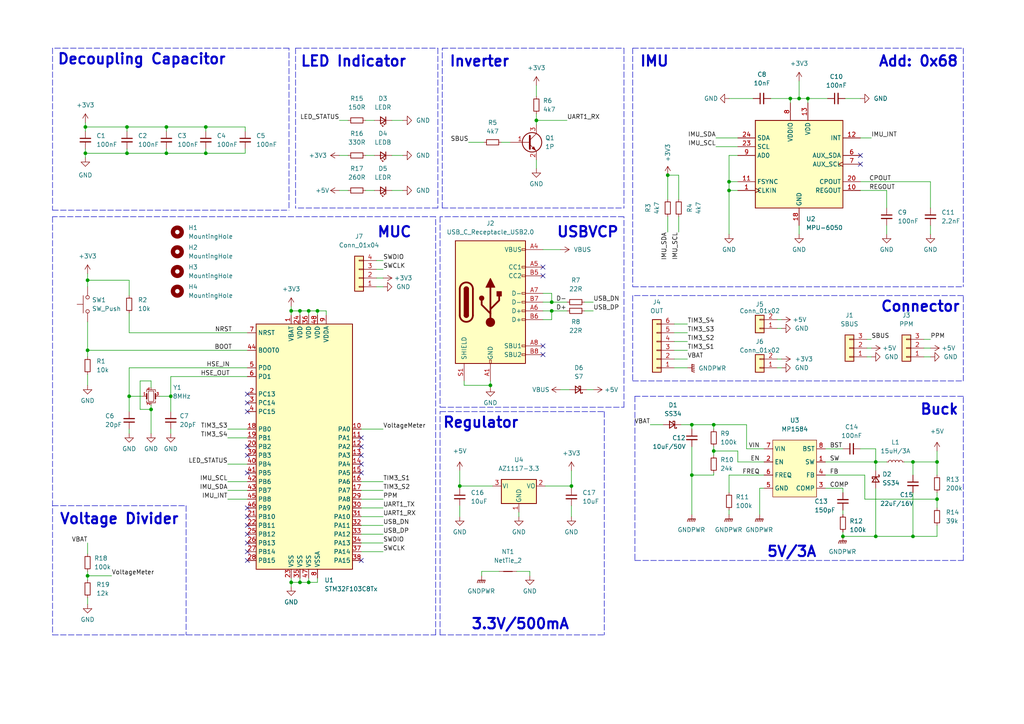
<source format=kicad_sch>
(kicad_sch (version 20211123) (generator eeschema)
  (paper "A4")
  (title_block (title "FlightBit") (date "2022-08-28") (rev "Version 1.0") (company "BIT2BYTE") (comment 1 "Designed By CHUOB VANDY"))
  (junction (at 25.4 81.28))
  (junction (at 25.4 167.005))
  (junction (at 207.01 123.19))
  (junction (at 231.775 28.575))
  (junction (at 207.01 130.81))
  (junction (at 165.735 140.97))
  (junction (at 155.575 34.925))
  (junction (at 25.4 101.6))
  (junction (at 142.24 111.76))
  (junction (at 59.69 44.45))
  (junction (at 24.765 36.83))
  (junction (at 264.795 155.575))
  (junction (at 200.66 137.795))
  (junction (at 84.455 90.17))
  (junction (at 86.995 90.17))
  (junction (at 244.475 155.575))
  (junction (at 193.675 50.8))
  (junction (at 49.53 114.935))
  (junction (at 84.455 168.91))
  (junction (at 254 133.985))
  (junction (at 59.69 36.83))
  (junction (at 24.765 44.45))
  (junction (at 92.075 90.17))
  (junction (at 48.26 36.83))
  (junction (at 160.02 90.17))
  (junction (at 211.455 55.245))
  (junction (at 36.83 44.45))
  (junction (at 234.315 28.575))
  (junction (at 48.26 44.45))
  (junction (at 200.66 123.19))
  (junction (at 271.78 133.985))
  (junction (at 86.995 168.91))
  (junction (at 89.535 168.91))
  (junction (at 37.465 114.935))
  (junction (at 89.535 90.17))
  (junction (at 229.235 28.575))
  (junction (at 264.795 133.985))
  (junction (at 271.78 144.78))
  (junction (at 43.815 118.745))
  (junction (at 254 155.575))
  (junction (at 211.455 52.705))
  (junction (at 160.02 87.63))
  (junction (at 133.35 140.97))
  (junction (at 36.83 36.83))
  (no_connect (at 104.775 134.62))
  (no_connect (at 104.775 137.16))
  (no_connect (at 71.755 129.54))
  (no_connect (at 71.755 132.08))
  (no_connect (at 71.755 137.16))
  (no_connect (at 71.755 147.32))
  (no_connect (at 104.775 132.08))
  (no_connect (at 71.755 152.4))
  (no_connect (at 71.755 160.02))
  (no_connect (at 104.775 129.54))
  (no_connect (at 71.755 157.48))
  (no_connect (at 71.755 149.86))
  (no_connect (at 104.775 162.56))
  (no_connect (at 104.775 127))
  (no_connect (at 157.48 77.47))
  (no_connect (at 157.48 80.01))
  (no_connect (at 157.48 100.33))
  (no_connect (at 157.48 102.87))
  (no_connect (at 249.555 45.085))
  (no_connect (at 249.555 47.625))
  (no_connect (at 71.755 162.56))
  (no_connect (at 71.755 119.38))
  (no_connect (at 71.755 116.84))
  (no_connect (at 71.755 114.3))
  (no_connect (at 71.755 154.94))
  (polyline (pts (xy 183.515 13.97) (xy 183.515 83.185)))
  (wire (pts (xy 170.18 113.03) (xy 172.085 113.03)))
  (wire (pts (xy 86.995 168.91) (xy 89.535 168.91)))
  (polyline (pts (xy 127.635 118.11) (xy 180.975 118.11)))
  (wire (pts (xy 66.04 144.78) (xy 71.755 144.78)))
  (wire (pts (xy 200.66 137.795) (xy 200.66 149.225)))
  (wire (pts (xy 257.175 65.405) (xy 257.175 67.945)))
  (wire (pts (xy 104.775 160.02) (xy 111.125 160.02)))
  (wire (pts (xy 84.455 88.9) (xy 84.455 90.17)))
  (wire (pts (xy 155.575 46.355) (xy 155.575 48.895)))
  (wire (pts (xy 59.69 44.45) (xy 71.12 44.45)))
  (wire (pts (xy 84.455 167.64) (xy 84.455 168.91)))
  (wire (pts (xy 86.995 90.17) (xy 89.535 90.17)))
  (wire (pts (xy 195.58 101.6) (xy 199.39 101.6)))
  (wire (pts (xy 48.26 43.18) (xy 48.26 44.45)))
  (wire (pts (xy 59.69 36.83) (xy 71.12 36.83)))
  (wire (pts (xy 98.425 45.085) (xy 100.965 45.085)))
  (wire (pts (xy 37.465 96.52) (xy 71.755 96.52)))
  (wire (pts (xy 157.48 87.63) (xy 160.02 87.63)))
  (wire (pts (xy 104.775 144.78) (xy 111.125 144.78)))
  (wire (pts (xy 104.775 154.94) (xy 111.125 154.94)))
  (wire (pts (xy 149.86 165.735) (xy 153.67 165.735)))
  (wire (pts (xy 104.775 124.46) (xy 111.125 124.46)))
  (wire (pts (xy 271.78 155.575) (xy 264.795 155.575)))
  (wire (pts (xy 207.645 40.005) (xy 213.995 40.005)))
  (wire (pts (xy 254 155.575) (xy 244.475 155.575)))
  (polyline (pts (xy 184.15 162.56) (xy 279.4 162.56)))
  (wire (pts (xy 113.665 34.925) (xy 116.84 34.925)))
  (wire (pts (xy 25.4 173.355) (xy 25.4 175.26)))
  (wire (pts (xy 92.075 168.91) (xy 92.075 167.64)))
  (polyline (pts (xy 279.4 110.49) (xy 279.4 85.725)))
  (polyline (pts (xy 183.515 83.185) (xy 279.4 83.185)))
  (wire (pts (xy 133.35 146.685) (xy 133.35 149.86)))
  (wire (pts (xy 25.4 157.48) (xy 25.4 160.655)))
  (wire (pts (xy 49.53 109.22) (xy 71.755 109.22)))
  (wire (pts (xy 155.575 34.925) (xy 155.575 36.195)))
  (polyline (pts (xy 15.24 62.865) (xy 15.24 184.15)))
  (wire (pts (xy 160.02 92.71) (xy 160.02 90.17)))
  (wire (pts (xy 193.675 67.31) (xy 193.675 62.865)))
  (wire (pts (xy 267.97 100.965) (xy 269.875 100.965)))
  (wire (pts (xy 267.97 103.505) (xy 269.875 103.505)))
  (wire (pts (xy 250.825 144.78) (xy 271.78 144.78)))
  (wire (pts (xy 113.665 55.245) (xy 116.84 55.245)))
  (wire (pts (xy 249.555 55.245) (xy 257.175 55.245)))
  (wire (pts (xy 211.455 28.575) (xy 218.44 28.575)))
  (wire (pts (xy 225.425 106.68) (xy 226.695 106.68)))
  (wire (pts (xy 169.545 90.17) (xy 172.085 90.17)))
  (polyline (pts (xy 279.4 162.56) (xy 279.4 114.935)))
  (polyline (pts (xy 85.725 13.97) (xy 85.725 60.325)))
  (wire (pts (xy 139.7 165.735) (xy 139.7 167.005)))
  (wire (pts (xy 40.64 110.49) (xy 40.64 118.745)))
  (polyline (pts (xy 15.24 60.96) (xy 83.82 60.96)))
  (wire (pts (xy 162.56 113.03) (xy 165.1 113.03)))
  (wire (pts (xy 211.455 45.085) (xy 211.455 52.705)))
  (polyline (pts (xy 183.515 13.97) (xy 279.4 13.97)))
  (wire (pts (xy 48.26 36.83) (xy 48.26 38.1)))
  (wire (pts (xy 271.78 144.78) (xy 271.78 147.32)))
  (wire (pts (xy 264.795 133.985) (xy 271.78 133.985)))
  (polyline (pts (xy 83.82 60.325) (xy 83.82 13.97)))
  (wire (pts (xy 25.4 101.6) (xy 25.4 103.505)))
  (polyline (pts (xy 85.725 13.97) (xy 127 13.97)))
  (wire (pts (xy 207.01 137.16) (xy 207.01 137.795)))
  (wire (pts (xy 71.12 44.45) (xy 71.12 43.18)))
  (wire (pts (xy 106.045 45.085) (xy 108.585 45.085)))
  (polyline (pts (xy 175.26 119.38) (xy 175.26 184.15)))
  (wire (pts (xy 48.26 44.45) (xy 59.69 44.45)))
  (wire (pts (xy 25.4 167.005) (xy 32.385 167.005)))
  (wire (pts (xy 113.665 45.085) (xy 116.84 45.085)))
  (wire (pts (xy 40.64 118.745) (xy 43.815 118.745)))
  (wire (pts (xy 234.315 29.845) (xy 234.315 28.575)))
  (wire (pts (xy 197.485 123.19) (xy 200.66 123.19)))
  (wire (pts (xy 271.78 133.985) (xy 271.78 137.795)))
  (wire (pts (xy 254 130.175) (xy 254 133.985)))
  (wire (pts (xy 43.815 112.395) (xy 43.815 110.49)))
  (wire (pts (xy 213.995 133.985) (xy 213.995 130.81)))
  (wire (pts (xy 43.815 117.475) (xy 43.815 118.745)))
  (wire (pts (xy 135.89 41.275) (xy 140.335 41.275)))
  (wire (pts (xy 269.875 52.705) (xy 269.875 60.325)))
  (wire (pts (xy 245.11 28.575) (xy 249.555 28.575)))
  (polyline (pts (xy 184.15 114.935) (xy 184.15 162.56)))
  (wire (pts (xy 25.4 81.28) (xy 37.465 81.28)))
  (wire (pts (xy 221.615 133.985) (xy 213.995 133.985)))
  (wire (pts (xy 271.78 152.4) (xy 271.78 155.575)))
  (wire (pts (xy 24.765 44.45) (xy 24.765 45.72)))
  (wire (pts (xy 165.735 140.97) (xy 165.735 141.605)))
  (wire (pts (xy 160.02 85.09) (xy 160.02 87.63)))
  (wire (pts (xy 220.345 149.225) (xy 220.345 141.605)))
  (wire (pts (xy 262.255 133.985) (xy 264.795 133.985)))
  (wire (pts (xy 37.465 125.73) (xy 37.465 124.46)))
  (wire (pts (xy 84.455 168.91) (xy 86.995 168.91)))
  (wire (pts (xy 157.48 92.71) (xy 160.02 92.71)))
  (wire (pts (xy 133.35 136.525) (xy 133.35 140.97)))
  (wire (pts (xy 155.575 34.925) (xy 164.465 34.925)))
  (wire (pts (xy 231.775 28.575) (xy 234.315 28.575)))
  (wire (pts (xy 36.83 36.83) (xy 36.83 38.1)))
  (wire (pts (xy 36.83 36.83) (xy 48.26 36.83)))
  (wire (pts (xy 86.995 90.17) (xy 86.995 91.44)))
  (wire (pts (xy 155.575 24.765) (xy 155.575 27.94)))
  (wire (pts (xy 229.235 29.845) (xy 229.235 28.575)))
  (wire (pts (xy 134.62 111.76) (xy 142.24 111.76)))
  (wire (pts (xy 49.53 114.935) (xy 49.53 109.22)))
  (wire (pts (xy 195.58 106.68) (xy 199.39 106.68)))
  (wire (pts (xy 271.78 142.875) (xy 271.78 144.78)))
  (wire (pts (xy 207.01 137.795) (xy 200.66 137.795)))
  (wire (pts (xy 200.66 123.19) (xy 207.01 123.19)))
  (wire (pts (xy 37.465 106.68) (xy 71.755 106.68)))
  (wire (pts (xy 66.04 142.24) (xy 71.755 142.24)))
  (wire (pts (xy 239.395 130.175) (xy 244.475 130.175)))
  (wire (pts (xy 169.545 87.63) (xy 172.085 87.63)))
  (wire (pts (xy 200.66 123.19) (xy 200.66 124.46)))
  (wire (pts (xy 211.455 137.795) (xy 211.455 142.875)))
  (wire (pts (xy 66.04 139.7) (xy 71.755 139.7)))
  (wire (pts (xy 59.69 43.18) (xy 59.69 44.45)))
  (wire (pts (xy 150.495 148.59) (xy 150.495 149.86)))
  (wire (pts (xy 225.425 92.71) (xy 226.695 92.71)))
  (wire (pts (xy 104.775 139.7) (xy 111.125 139.7)))
  (wire (pts (xy 37.465 114.935) (xy 41.275 114.935)))
  (wire (pts (xy 142.24 110.49) (xy 142.24 111.76)))
  (wire (pts (xy 106.045 55.245) (xy 108.585 55.245)))
  (polyline (pts (xy 127.635 119.38) (xy 175.26 119.38)))
  (polyline (pts (xy 180.975 13.97) (xy 180.975 60.325)))
  (wire (pts (xy 37.465 114.935) (xy 37.465 106.68)))
  (wire (pts (xy 36.83 43.18) (xy 36.83 44.45)))
  (wire (pts (xy 195.58 99.06) (xy 199.39 99.06)))
  (wire (pts (xy 43.815 110.49) (xy 40.64 110.49)))
  (wire (pts (xy 244.475 154.305) (xy 244.475 155.575)))
  (wire (pts (xy 25.4 79.375) (xy 25.4 81.28)))
  (wire (pts (xy 59.69 36.83) (xy 59.69 38.1)))
  (wire (pts (xy 25.4 101.6) (xy 71.755 101.6)))
  (wire (pts (xy 207.645 42.545) (xy 213.995 42.545)))
  (wire (pts (xy 249.555 130.175) (xy 254 130.175)))
  (wire (pts (xy 89.535 168.91) (xy 92.075 168.91)))
  (wire (pts (xy 84.455 90.17) (xy 86.995 90.17)))
  (polyline (pts (xy 126.365 184.15) (xy 126.365 62.865)))
  (wire (pts (xy 104.775 142.24) (xy 111.125 142.24)))
  (wire (pts (xy 200.66 129.54) (xy 200.66 137.795)))
  (wire (pts (xy 144.78 165.735) (xy 139.7 165.735)))
  (wire (pts (xy 264.795 142.875) (xy 264.795 155.575)))
  (wire (pts (xy 196.85 50.8) (xy 193.675 50.8)))
  (polyline (pts (xy 15.24 146.685) (xy 53.975 146.685)))
  (wire (pts (xy 207.01 123.19) (xy 216.535 123.19)))
  (wire (pts (xy 106.045 34.925) (xy 108.585 34.925)))
  (wire (pts (xy 89.535 167.64) (xy 89.535 168.91)))
  (wire (pts (xy 109.22 78.105) (xy 111.125 78.105)))
  (wire (pts (xy 104.775 157.48) (xy 111.125 157.48)))
  (wire (pts (xy 157.48 85.09) (xy 160.02 85.09)))
  (polyline (pts (xy 83.82 13.97) (xy 15.24 13.97)))
  (wire (pts (xy 104.775 147.32) (xy 111.125 147.32)))
  (wire (pts (xy 89.535 90.17) (xy 89.535 91.44)))
  (wire (pts (xy 109.22 80.645) (xy 111.125 80.645)))
  (wire (pts (xy 66.04 134.62) (xy 71.755 134.62)))
  (wire (pts (xy 211.455 147.955) (xy 211.455 149.225)))
  (wire (pts (xy 244.475 141.605) (xy 244.475 142.875)))
  (wire (pts (xy 234.315 28.575) (xy 240.03 28.575)))
  (wire (pts (xy 249.555 52.705) (xy 269.875 52.705)))
  (wire (pts (xy 142.875 140.97) (xy 133.35 140.97)))
  (polyline (pts (xy 127 60.325) (xy 85.725 60.325)))
  (wire (pts (xy 207.01 129.54) (xy 207.01 130.81)))
  (polyline (pts (xy 279.4 85.725) (xy 183.515 85.725)))
  (polyline (pts (xy 127.635 184.15) (xy 127.635 119.38)))
  (wire (pts (xy 133.35 140.97) (xy 133.35 141.605)))
  (polyline (pts (xy 15.24 184.15) (xy 126.365 184.15)))
  (wire (pts (xy 195.58 96.52) (xy 199.39 96.52)))
  (wire (pts (xy 271.78 130.81) (xy 271.78 133.985)))
  (wire (pts (xy 160.02 90.17) (xy 164.465 90.17)))
  (wire (pts (xy 25.4 167.005) (xy 25.4 168.275)))
  (wire (pts (xy 25.4 165.735) (xy 25.4 167.005)))
  (wire (pts (xy 223.52 28.575) (xy 229.235 28.575)))
  (wire (pts (xy 225.425 95.25) (xy 226.695 95.25)))
  (wire (pts (xy 160.02 87.63) (xy 164.465 87.63)))
  (polyline (pts (xy 279.4 13.97) (xy 279.4 83.185)))
  (wire (pts (xy 220.345 141.605) (xy 221.615 141.605)))
  (polyline (pts (xy 183.515 110.49) (xy 279.4 110.49)))
  (wire (pts (xy 239.395 141.605) (xy 244.475 141.605)))
  (wire (pts (xy 251.46 103.505) (xy 252.73 103.505)))
  (wire (pts (xy 24.765 36.83) (xy 36.83 36.83)))
  (wire (pts (xy 98.425 55.245) (xy 100.965 55.245)))
  (wire (pts (xy 142.24 111.76) (xy 142.24 112.395)))
  (wire (pts (xy 211.455 55.245) (xy 211.455 67.945)))
  (wire (pts (xy 264.795 155.575) (xy 254 155.575)))
  (wire (pts (xy 48.26 36.83) (xy 59.69 36.83)))
  (wire (pts (xy 153.67 165.735) (xy 153.67 167.005)))
  (polyline (pts (xy 184.15 162.56) (xy 184.15 162.56)))
  (wire (pts (xy 66.04 127) (xy 71.755 127)))
  (wire (pts (xy 254 133.985) (xy 254 136.525)))
  (wire (pts (xy 250.825 137.795) (xy 250.825 144.78)))
  (wire (pts (xy 213.995 130.81) (xy 207.01 130.81)))
  (wire (pts (xy 104.775 152.4) (xy 111.125 152.4)))
  (wire (pts (xy 196.85 67.31) (xy 196.85 62.865)))
  (wire (pts (xy 49.53 125.73) (xy 49.53 124.46)))
  (wire (pts (xy 188.595 123.19) (xy 192.405 123.19)))
  (wire (pts (xy 249.555 40.005) (xy 252.73 40.005)))
  (wire (pts (xy 251.46 98.425) (xy 252.73 98.425)))
  (wire (pts (xy 207.01 130.81) (xy 207.01 132.08)))
  (wire (pts (xy 92.075 90.17) (xy 92.075 91.44)))
  (wire (pts (xy 251.46 100.965) (xy 252.73 100.965)))
  (wire (pts (xy 36.83 44.45) (xy 48.26 44.45)))
  (wire (pts (xy 37.465 81.28) (xy 37.465 85.725)))
  (wire (pts (xy 165.735 136.525) (xy 165.735 140.97)))
  (wire (pts (xy 158.115 140.97) (xy 165.735 140.97)))
  (wire (pts (xy 157.48 90.17) (xy 160.02 90.17)))
  (wire (pts (xy 86.995 167.64) (xy 86.995 168.91)))
  (wire (pts (xy 195.58 104.14) (xy 199.39 104.14)))
  (polyline (pts (xy 183.515 85.725) (xy 183.515 110.49)))
  (wire (pts (xy 66.04 124.46) (xy 71.755 124.46)))
  (wire (pts (xy 221.615 137.795) (xy 211.455 137.795)))
  (wire (pts (xy 24.765 36.83) (xy 24.765 38.1)))
  (wire (pts (xy 157.48 72.39) (xy 162.56 72.39)))
  (polyline (pts (xy 53.975 146.685) (xy 53.975 184.15)))
  (polyline (pts (xy 15.24 13.97) (xy 15.24 60.96)))
  (wire (pts (xy 24.765 43.18) (xy 24.765 44.45)))
  (wire (pts (xy 25.4 81.28) (xy 25.4 83.185)))
  (wire (pts (xy 254 133.985) (xy 257.175 133.985)))
  (wire (pts (xy 24.765 35.56) (xy 24.765 36.83)))
  (wire (pts (xy 98.425 34.925) (xy 100.965 34.925)))
  (wire (pts (xy 239.395 137.795) (xy 250.825 137.795)))
  (wire (pts (xy 225.425 104.14) (xy 226.695 104.14)))
  (wire (pts (xy 196.85 57.785) (xy 196.85 50.8)))
  (wire (pts (xy 155.575 33.02) (xy 155.575 34.925)))
  (wire (pts (xy 46.355 114.935) (xy 49.53 114.935)))
  (wire (pts (xy 193.675 57.785) (xy 193.675 50.8)))
  (polyline (pts (xy 126.365 62.865) (xy 15.24 62.865)))
  (wire (pts (xy 89.535 90.17) (xy 92.075 90.17)))
  (wire (pts (xy 244.475 147.955) (xy 244.475 149.225)))
  (wire (pts (xy 134.62 110.49) (xy 134.62 111.76)))
  (wire (pts (xy 211.455 52.705) (xy 211.455 55.245)))
  (wire (pts (xy 24.765 44.45) (xy 36.83 44.45)))
  (wire (pts (xy 211.455 52.705) (xy 213.995 52.705)))
  (wire (pts (xy 71.12 36.83) (xy 71.12 38.1)))
  (polyline (pts (xy 279.4 114.935) (xy 184.15 114.935)))
  (wire (pts (xy 213.995 45.085) (xy 211.455 45.085)))
  (wire (pts (xy 84.455 90.17) (xy 84.455 91.44)))
  (wire (pts (xy 25.4 93.345) (xy 25.4 101.6)))
  (polyline (pts (xy 127 13.97) (xy 127 60.325)))
  (wire (pts (xy 229.235 28.575) (xy 231.775 28.575)))
  (polyline (pts (xy 128.27 60.325) (xy 128.27 13.97)))
  (wire (pts (xy 49.53 114.935) (xy 49.53 119.38)))
  (wire (pts (xy 165.735 146.685) (xy 165.735 149.86)))
  (wire (pts (xy 43.815 118.745) (xy 43.815 125.73)))
  (polyline (pts (xy 180.975 118.11) (xy 180.975 62.865)))
  (wire (pts (xy 216.535 130.175) (xy 221.615 130.175)))
  (wire (pts (xy 231.775 65.405) (xy 231.775 67.945)))
  (wire (pts (xy 211.455 55.245) (xy 213.995 55.245)))
  (wire (pts (xy 145.415 41.275) (xy 147.955 41.275)))
  (wire (pts (xy 257.175 55.245) (xy 257.175 60.325)))
  (wire (pts (xy 94.615 90.17) (xy 94.615 91.44)))
  (wire (pts (xy 267.97 98.425) (xy 269.875 98.425)))
  (wire (pts (xy 207.01 123.19) (xy 207.01 124.46)))
  (wire (pts (xy 37.465 90.805) (xy 37.465 96.52)))
  (wire (pts (xy 239.395 133.985) (xy 254 133.985)))
  (polyline (pts (xy 127.635 184.15) (xy 175.26 184.15)))
  (wire (pts (xy 254 141.605) (xy 254 155.575)))
  (wire (pts (xy 231.775 23.495) (xy 231.775 28.575)))
  (polyline (pts (xy 127.635 62.865) (xy 127.635 118.11)))
  (wire (pts (xy 37.465 119.38) (xy 37.465 114.935)))
  (wire (pts (xy 195.58 93.98) (xy 199.39 93.98)))
  (wire (pts (xy 104.775 149.86) (xy 111.125 149.86)))
  (polyline (pts (xy 180.975 62.865) (xy 127.635 62.865)))
  (wire (pts (xy 109.22 75.565) (xy 111.125 75.565)))
  (wire (pts (xy 109.22 83.185) (xy 111.125 83.185)))
  (polyline (pts (xy 128.27 13.97) (xy 180.975 13.97)))
  (wire (pts (xy 269.875 65.405) (xy 269.875 67.945)))
  (polyline (pts (xy 128.27 60.325) (xy 180.975 60.325)))
  (wire (pts (xy 84.455 168.91) (xy 84.455 170.18)))
  (wire (pts (xy 216.535 123.19) (xy 216.535 130.175)))
  (wire (pts (xy 264.795 133.985) (xy 264.795 137.795)))
  (wire (pts (xy 92.075 90.17) (xy 94.615 90.17)))
  (wire (pts (xy 25.4 108.585) (xy 25.4 111.76)))
  (text "Inverter" (at 130.175 19.685 0) (effects (font (size 3 3) bold) (justify left bottom)))
  (text "5V/3A" (at 222.25 161.925 0) (effects (font (size 3 3) bold) (justify left bottom)))
  (text "Add: 0x68" (at 254.635 19.685 0) (effects (font (size 3 3) bold) (justify left bottom)))
  (text "IMU" (at 185.42 19.685 0) (effects (font (size 3 3) bold) (justify left bottom)))
  (text "Regulator" (at 128.27 124.46 0) (effects (font (size 3 3) bold) (justify left bottom)))
  (text "MUC" (at 109.22 69.215 0) (effects (font (size 3 3) bold) (justify left bottom)))
  (text "3.3V/500mA" (at 136.525 182.88 0) (effects (font (size 3 3) bold) (justify left bottom)))
  (text "Decoupling Capacitor" (at 16.51 19.05 0) (effects (font (size 3 3) (thickness 0.6) bold) (justify left bottom)))
  (text "Voltage Divider" (at 17.145 152.4 0) (effects (font (size 3 3) bold) (justify left bottom)))
  (text "LED Indicator" (at 86.995 19.685 0) (effects (font (size 3 3) bold) (justify left bottom)))
  (text "USBVCP" (at 161.29 69.215 0) (effects (font (size 3 3) bold) (justify left bottom)))
  (text "Connector" (at 255.27 90.805 0) (effects (font (size 3 3) bold) (justify left bottom)))
  (text "Buck" (at 266.7 120.65 0) (effects (font (size 3 3) bold) (justify left bottom)))
  (label "IMU_SDA" (at 207.645 40.005 180))
  (label "IMU_SDA" (at 66.04 142.24 180))
  (label "LED_STATUS" (at 98.425 34.925 180))
  (label "UART1_TX" (at 111.125 147.32 0))
  (label "BST" (at 240.665 130.175 0))
  (label "IMU_SCL" (at 196.85 67.31 270))
  (label "IMU_INT" (at 252.73 40.005 0))
  (label "TIM3_S1" (at 111.125 139.7 0))
  (label "VBAT" (at 188.595 123.19 180))
  (label "VIN" (at 220.345 130.175 180))
  (label "SWDIO" (at 111.125 157.48 0))
  (label "VBAT" (at 25.4 157.48 180))
  (label "SBUS" (at 135.89 41.275 180))
  (label "UART1_RX" (at 164.465 34.925 0))
  (label "TIM3_S3" (at 66.04 124.46 180))
  (label "TIM3_S2" (at 111.125 142.24 0))
  (label "NRST" (at 67.31 96.52 180))
  (label "IMU_SCL" (at 207.645 42.545 180))
  (label "PPM" (at 269.875 98.425 0))
  (label "COMP" (at 240.665 141.605 0))
  (label "D-" (at 161.29 87.63 0))
  (label "BOOT" (at 67.31 101.6 180))
  (label "USB_DP" (at 172.085 90.17 0))
  (label "SW" (at 240.665 133.985 0))
  (label "SWCLK" (at 111.125 160.02 0))
  (label "TIM3_S3" (at 199.39 96.52 0))
  (label "FREQ" (at 220.345 137.795 180))
  (label "SBUS" (at 252.73 98.425 0))
  (label "REGOUT" (at 252.095 55.245 0))
  (label "LED_STATUS" (at 66.04 134.62 180))
  (label "D+" (at 161.29 90.17 0))
  (label "PPM" (at 111.125 144.78 0))
  (label "FB" (at 240.665 137.795 0))
  (label "IMU_INT" (at 66.04 144.78 180))
  (label "TIM3_S1" (at 199.39 101.6 0))
  (label "VoltageMeter" (at 111.125 124.46 0))
  (label "TIM3_S2" (at 199.39 99.06 0))
  (label "USB_DP" (at 111.125 154.94 0))
  (label "VoltageMeter" (at 32.385 167.005 0))
  (label "SWDIO" (at 111.125 75.565 0))
  (label "USB_DN" (at 111.125 152.4 0))
  (label "SWCLK" (at 111.125 78.105 0))
  (label "VBAT" (at 199.39 104.14 0))
  (label "IMU_SCL" (at 66.04 139.7 180))
  (label "USB_DN" (at 172.085 87.63 0))
  (label "IMU_SDA" (at 193.675 67.31 270))
  (label "UART1_RX" (at 111.125 149.86 0))
  (label "HSE_OUT" (at 66.675 109.22 180))
  (label "CPOUT" (at 252.095 52.705 0))
  (label "TIM3_S4" (at 66.04 127 180))
  (label "TIM3_S4" (at 199.39 93.98 0))
  (label "EN" (at 220.345 133.985 180))
  (label "HSE_IN" (at 66.675 106.68 180))
  (symbol (lib_id "power:GND") (at 150.495 149.86 0) (unit 1)
    (property "Reference" "#PWR031" (effects hide))
    (property "Value" "GND" (at 150.495 154.305 0))
  )
  (symbol (lib_id "Device:C_Small") (at 257.175 62.865 0) (unit 1)
    (property "Reference" "C9" (at 260.35 61.6012 0) (effects (justify left)))
    (property "Value" "100nF" (at 260.35 64.1412 0) (effects (justify left)))
    (property "Footprint" "Capacitor_SMD:C_0402_1005Metric" (effects hide))
  )
  (symbol (lib_id "power:GND") (at 269.875 103.505 90) (unit 1)
    (property "Reference" "#PWR027" (effects hide))
    (property "Value" "GND" (at 273.685 103.5049 90) (effects (justify right)))
  )
  (symbol (lib_id "Device:R_Small") (at 25.4 170.815 180) (unit 1)
    (property "Reference" "R19" (at 27.94 169.5449 0) (effects (justify right)))
    (property "Value" "12k" (at 27.94 172.0849 0) (effects (justify right)))
    (property "Footprint" "Resistor_SMD:R_0402_1005Metric" (effects hide))
  )
  (symbol (lib_id "Device:R_Small") (at 271.78 149.86 180) (unit 1)
    (property "Reference" "R14" (at 274.32 148.5899 0) (effects (justify right)))
    (property "Value" "39k" (at 274.32 151.1299 0) (effects (justify right)))
    (property "Footprint" "Resistor_SMD:R_0402_1005Metric" (effects hide))
  )
  (symbol (lib_id "myCustomLibs:MP1584") (at 230.505 135.255 0) (unit 1)
    (property "Reference" "U3" (at 230.505 121.92 0))
    (property "Value" "MP1584" (at 230.505 124.46 0))
    (property "Footprint" "Package_SO:SOIC-8-1EP_3.9x4.9mm_P1.27mm_EP2.29x3mm_ThermalVias" (effects hide))
  )
  (symbol (lib_id "power:GND") (at 84.455 170.18 0) (unit 1)
    (property "Reference" "#PWR08" (effects hide))
    (property "Value" "GND" (at 84.455 174.625 0))
  )
  (symbol (lib_id "Device:Crystal_GND24_Small") (at 43.815 114.935 0) (unit 1)
    (property "Reference" "Y1" (at 51.435 112.395 0))
    (property "Value" "8MHz" (at 52.705 114.935 0))
    (property "Footprint" "Crystal:Crystal_SMD_3225-4Pin_3.2x2.5mm" (effects hide))
  )
  (symbol (lib_id "power:GND") (at 116.84 34.925 90) (unit 1)
    (property "Reference" "#PWR037" (effects hide))
    (property "Value" "GND" (at 120.65 34.9249 90) (effects (justify right)))
  )
  (symbol (lib_id "Device:R_Small") (at 207.01 127 180) (unit 1)
    (property "Reference" "R9" (at 208.915 125.7299 0) (effects (justify right)))
    (property "Value" "100k" (at 208.915 128.2699 0) (effects (justify right)))
    (property "Footprint" "Resistor_SMD:R_0402_1005Metric" (effects hide))
  )
  (symbol (lib_id "power:+3.3V") (at 111.125 80.645 270) (unit 1)
    (property "Reference" "#PWR051" (effects hide))
    (property "Value" "+3.3V" (at 114.3 80.6449 90) (effects (justify left)))
  )
  (symbol (lib_id "power:GNDPWR") (at 244.475 155.575 0) (unit 1)
    (property "Reference" "#PWR025" (effects hide))
    (property "Value" "GNDPWR" (at 244.348 160.02 0))
  )
  (symbol (lib_id "Device:R_Small") (at 196.85 60.325 0) (unit 1)
    (property "Reference" "R4" (at 200.025 60.325 90))
    (property "Value" "4k7" (at 202.565 60.325 90))
    (property "Footprint" "Resistor_SMD:R_0402_1005Metric" (effects hide))
  )
  (symbol (lib_id "Device:R_Small") (at 103.505 34.925 270) (unit 1)
    (property "Reference" "R15" (at 103.505 28.575 90))
    (property "Value" "150R" (at 103.505 31.115 90))
    (property "Footprint" "Resistor_SMD:R_0402_1005Metric" (effects hide))
  )
  (symbol (lib_id "power:GND") (at 211.455 67.945 0) (unit 1)
    (property "Reference" "#PWR010" (effects hide))
    (property "Value" "GND" (at 211.455 72.39 0))
  )
  (symbol (lib_id "power:+5V") (at 133.35 136.525 0) (unit 1)
    (property "Reference" "#PWR029" (effects hide))
    (property "Value" "+5V" (at 133.35 130.81 0))
  )
  (symbol (lib_id "Device:C_Small") (at 49.53 121.92 180) (unit 1)
    (property "Reference" "C7" (at 52.07 120.6435 0) (effects (justify right)))
    (property "Value" "20pF" (at 52.07 123.1835 0) (effects (justify right)))
    (property "Footprint" "Capacitor_SMD:C_0402_1005Metric" (effects hide))
  )
  (symbol (lib_id "power:+5V") (at 226.695 92.71 270) (unit 1)
    (property "Reference" "#PWR045" (effects hide))
    (property "Value" "+5V" (at 229.87 92.7099 90) (effects (justify left)))
  )
  (symbol (lib_id "Device:R_Small") (at 37.465 88.265 180) (unit 1)
    (property "Reference" "R2" (at 40.005 86.9949 0) (effects (justify right)))
    (property "Value" "10k" (at 40.005 89.5349 0) (effects (justify right)))
    (property "Footprint" "Resistor_SMD:R_0402_1005Metric" (effects hide))
  )
  (symbol (lib_id "Device:C_Small") (at 24.765 40.64 0) (unit 1)
    (property "Reference" "C1" (at 27.94 39.3762 0) (effects (justify left)))
    (property "Value" "100nF" (at 27.94 41.9162 0) (effects (justify left)))
    (property "Footprint" "Capacitor_SMD:C_0402_1005Metric" (effects hide))
  )
  (symbol (lib_id "Device:C_Small") (at 244.475 145.415 180) (unit 1)
    (property "Reference" "C13" (at 236.22 145.415 0) (effects (justify right)))
    (property "Value" "150pF" (at 236.22 147.955 0) (effects (justify right)))
    (property "Footprint" "Capacitor_SMD:C_0402_1005Metric" (effects hide))
  )
  (symbol (lib_id "Device:D_Schottky_Small") (at 194.945 123.19 180) (unit 1)
    (property "Reference" "D1" (at 195.199 117.475 0))
    (property "Value" "SS34" (at 195.199 120.015 0))
    (property "Footprint" "Diode_SMD:D_SMA" (effects hide))
  )
  (symbol (lib_id "power:GND") (at 49.53 125.73 0) (unit 1)
    (property "Reference" "#PWR07" (effects hide))
    (property "Value" "GND" (at 49.53 130.175 0))
  )
  (symbol (lib_id "Device:C_Small") (at 200.66 127 0) (unit 1)
    (property "Reference" "C12" (at 194.945 127 0) (effects (justify left)))
    (property "Value" "10uF/50V" (at 189.23 129.54 0) (effects (justify left)))
    (property "Footprint" "Capacitor_SMD:C_1206_3216Metric" (effects hide))
  )
  (symbol (lib_id "Device:R_Small") (at 207.01 134.62 180) (unit 1)
    (property "Reference" "R10" (at 208.915 133.3499 0) (effects (justify right)))
    (property "Value" "24k" (at 208.915 135.8899 0) (effects (justify right)))
    (property "Footprint" "Resistor_SMD:R_0402_1005Metric" (effects hide))
  )
  (symbol (lib_id "Device:C_Small") (at 37.465 121.92 180) (unit 1)
    (property "Reference" "C6" (at 30.48 120.65 0) (effects (justify right)))
    (property "Value" "20pF" (at 30.48 123.19 0) (effects (justify right)))
    (property "Footprint" "Capacitor_SMD:C_0402_1005Metric" (effects hide))
  )
  (symbol (lib_id "Device:C_Small") (at 220.98 28.575 90) (unit 1)
    (property "Reference" "C8" (at 220.9863 21.59 90))
    (property "Value" "10nF" (at 220.9863 24.13 90))
    (property "Footprint" "Capacitor_SMD:C_0402_1005Metric" (effects hide))
  )
  (symbol (lib_id "Device:C_Small") (at 133.35 144.145 0) (unit 1)
    (property "Reference" "C16" (at 136.525 142.8812 0) (effects (justify left)))
    (property "Value" "10uF" (at 136.525 145.4212 0) (effects (justify left)))
    (property "Footprint" "Capacitor_SMD:C_0805_2012Metric" (effects hide))
  )
  (symbol (lib_id "power:GNDPWR") (at 199.39 106.68 90) (unit 1)
    (property "Reference" "#PWR042" (effects hide))
    (property "Value" "GNDPWR" (at 202.565 106.8069 90) (effects (justify right)))
  )
  (symbol (lib_id "power:VBUS") (at 162.56 113.03 90) (unit 1)
    (property "Reference" "#PWR049" (effects hide))
    (property "Value" "VBUS" (at 154.305 113.03 90) (effects (justify right)))
  )
  (symbol (lib_id "power:GNDPWR") (at 220.345 149.225 0) (unit 1)
    (property "Reference" "#PWR036" (effects hide))
    (property "Value" "GNDPWR" (at 220.218 153.67 0))
  )
  (symbol (lib_id "power:+5V") (at 252.73 100.965 270) (unit 1)
    (property "Reference" "#PWR019" (effects hide))
    (property "Value" "+5V" (at 255.905 100.9649 90) (effects (justify left)))
  )
  (symbol (lib_id "Device:D_Schottky_Small") (at 167.64 113.03 180) (unit 1)
    (property "Reference" "D6" (at 167.894 106.68 0))
    (property "Value" "S7" (at 167.894 109.22 0))
    (property "Footprint" "Diode_SMD:D_SOD-123" (effects hide))
  )
  (symbol (lib_id "power:+3.3V") (at 231.775 23.495 0) (unit 1)
    (property "Reference" "#PWR011" (effects hide))
    (property "Value" "+3.3V" (at 231.775 18.415 0))
  )
  (symbol (lib_id "power:GND") (at 211.455 28.575 270) (unit 1)
    (property "Reference" "#PWR09" (effects hide))
    (property "Value" "GND" (at 208.28 28.5749 90) (effects (justify right)))
  )
  (symbol (lib_id "power:GND") (at 24.765 45.72 0) (unit 1)
    (property "Reference" "#PWR02" (effects hide))
    (property "Value" "GND" (at 24.765 50.8 0))
  )
  (symbol (lib_id "power:GND") (at 252.73 103.505 90) (unit 1)
    (property "Reference" "#PWR020" (effects hide))
    (property "Value" "GND" (at 256.54 103.5049 90) (effects (justify right)))
  )
  (symbol (lib_id "power:+3.3V") (at 155.575 24.765 0) (unit 1)
    (property "Reference" "#PWR017" (effects hide))
    (property "Value" "+3.3V" (at 155.575 19.685 0))
  )
  (symbol (lib_id "power:GND") (at 116.84 45.085 90) (unit 1)
    (property "Reference" "#PWR040" (effects hide))
    (property "Value" "GND" (at 120.65 45.0849 90) (effects (justify right)))
  )
  (symbol (lib_id "Connector_Generic:Conn_01x02") (at 220.345 106.68 180) (unit 1)
    (property "Reference" "J6" (at 220.345 99.06 0))
    (property "Value" "Conn_01x02" (at 220.345 101.6 0))
    (property "Footprint" "myCustomLibs:pad_01x02" (effects hide))
  )
  (symbol (lib_id "power:+5V") (at 269.875 100.965 270) (unit 1)
    (property "Reference" "#PWR026" (effects hide))
    (property "Value" "+5V" (at 273.05 100.9649 90) (effects (justify left)))
  )
  (symbol (lib_id "power:+5V") (at 271.78 130.81 0) (unit 1)
    (property "Reference" "#PWR028" (effects hide))
    (property "Value" "+5V" (at 271.78 125.095 0))
  )
  (symbol (lib_id "power:GND") (at 231.775 67.945 0) (unit 1)
    (property "Reference" "#PWR012" (effects hide))
    (property "Value" "GND" (at 231.775 72.39 0))
  )
  (symbol (lib_id "Device:R_Small") (at 193.675 60.325 0) (unit 1)
    (property "Reference" "R3" (at 187.96 60.325 90))
    (property "Value" "4k7" (at 190.5 60.325 90))
    (property "Footprint" "Resistor_SMD:R_0402_1005Metric" (effects hide))
  )
  (symbol (lib_id "Connector_Generic:Conn_01x02") (at 220.345 95.25 180) (unit 1)
    (property "Reference" "J5" (at 220.345 88.265 0))
    (property "Value" "Conn_01x02" (at 220.345 90.17 0))
    (property "Footprint" "myCustomLibs:pad_01x02" (effects hide))
  )
  (symbol (lib_id "Sensor_Motion:MPU-6050") (at 231.775 47.625 0) (unit 1)
    (property "Reference" "U2" (at 233.7944 63.5 0) (effects (justify left)))
    (property "Value" "MPU-6050" (at 233.7944 66.04 0) (effects (justify left)))
    (property "Footprint" "Sensor_Motion:InvenSense_QFN-24_4x4mm_P0.5mm" (effects hide))
    (property "Datasheet" "https://store.invensense.com/datasheets/invensense/MPU-6050_DataSheet_V3%204.pdf" (effects hide))
  )
  (symbol (lib_id "power:GND") (at 43.815 125.73 0) (unit 1)
    (property "Reference" "#PWR044" (effects hide))
    (property "Value" "GND" (at 43.815 130.175 0))
  )
  (symbol (lib_id "power:GND") (at 153.67 167.005 0) (unit 1)
    (property "Reference" "#PWR035" (effects hide))
    (property "Value" "GND" (at 153.67 171.45 0))
  )
  (symbol (lib_id "Device:L_Small") (at 259.715 133.985 90) (unit 1)
    (property "Reference" "L1" (at 259.715 128.27 90))
    (property "Value" "15uH/3A" (at 259.715 130.81 90))
    (property "Footprint" "Inductor_SMD:L_Neosid_SM-PIC0602H" (effects hide))
  )
  (symbol (lib_id "power:GNDPWR") (at 139.7 167.005 0) (unit 1)
    (property "Reference" "#PWR034" (effects hide))
    (property "Value" "GNDPWR" (at 139.573 171.45 0))
  )
  (symbol (lib_id "Device:C_Small") (at 165.735 144.145 0) (unit 1)
    (property "Reference" "C17" (at 168.91 142.8812 0) (effects (justify left)))
    (property "Value" "10uF" (at 168.91 145.4212 0) (effects (justify left)))
    (property "Footprint" "Capacitor_SMD:C_0805_2012Metric" (effects hide))
  )
  (symbol (lib_id "power:GND") (at 226.695 95.25 90) (unit 1)
    (property "Reference" "#PWR046" (effects hide))
    (property "Value" "GND" (at 230.505 95.2499 90) (effects (justify right)))
  )
  (symbol (lib_id "Device:C_Small") (at 48.26 40.64 0) (unit 1)
    (property "Reference" "C3" (at 51.435 39.3762 0) (effects (justify left)))
    (property "Value" "100nF" (at 51.435 41.9162 0) (effects (justify left)))
    (property "Footprint" "Capacitor_SMD:C_0402_1005Metric" (effects hide))
  )
  (symbol (lib_id "power:+3.3V") (at 25.4 79.375 0) (unit 1)
    (property "Reference" "#PWR04" (effects hide))
    (property "Value" "+3.3V" (at 25.4 74.295 0))
  )
  (symbol (lib_id "power:GND") (at 257.175 67.945 0) (unit 1)
    (property "Reference" "#PWR014" (effects hide))
    (property "Value" "GND" (at 257.175 72.39 0))
  )
  (symbol (lib_id "Device:LED_Small") (at 111.125 45.085 180) (unit 1)
    (property "Reference" "D4" (at 111.0615 38.735 0))
    (property "Value" "LEDB" (at 111.0615 41.275 0))
    (property "Footprint" "LED_SMD:LED_0603_1608Metric" (effects hide))
  )
  (symbol (lib_id "power:GND") (at 37.465 125.73 0) (unit 1)
    (property "Reference" "#PWR06" (effects hide))
    (property "Value" "GND" (at 37.465 130.175 0))
  )
  (symbol (lib_id "power:GND") (at 155.575 48.895 0) (unit 1)
    (property "Reference" "#PWR018" (effects hide))
    (property "Value" "GND" (at 155.575 53.34 0))
  )
  (symbol (lib_id "Mechanical:MountingHole") (at 51.435 67.31 0) (unit 1)
    (property "Reference" "H1" (at 54.61 66.0399 0) (effects (justify left)))
    (property "Value" "MountingHole" (at 54.61 68.5799 0) (effects (justify left)))
    (property "Footprint" "MountingHole:MountingHole_3mm_Pad" (effects hide))
  )
  (symbol (lib_id "power:GNDPWR") (at 211.455 149.225 0) (unit 1)
    (property "Reference" "#PWR024" (effects hide))
    (property "Value" "GNDPWR" (at 211.328 153.67 0))
  )
  (symbol (lib_id "Connector_Generic:Conn_01x04") (at 104.14 80.645 180) (unit 1)
    (property "Reference" "J7" (at 104.14 68.58 0))
    (property "Value" "Conn_01x04" (at 104.14 71.12 0))
    (property "Footprint" "myCustomLibs:pad_01x04" (effects hide))
  )
  (symbol (lib_id "power:GND") (at 133.35 149.86 0) (unit 1)
    (property "Reference" "#PWR030" (effects hide))
    (property "Value" "GND" (at 133.35 154.305 0))
  )
  (symbol (lib_id "Connector_Generic:Conn_01x03") (at 246.38 100.965 180) (unit 1)
    (property "Reference" "J1" (at 246.38 91.44 0))
    (property "Value" "SBUS" (at 246.38 93.98 0))
    (property "Footprint" "myCustomLibs:pad_01x03" (effects hide))
  )
  (symbol (lib_id "power:GNDPWR") (at 200.66 149.225 0) (unit 1)
    (property "Reference" "#PWR023" (effects hide))
    (property "Value" "GNDPWR" (at 200.533 153.67 0))
  )
  (symbol (lib_id "Device:R_Small") (at 25.4 106.045 180) (unit 1)
    (property "Reference" "R1" (at 27.94 104.7749 0) (effects (justify right)))
    (property "Value" "10k" (at 27.94 107.3149 0) (effects (justify right)))
    (property "Footprint" "Resistor_SMD:R_0402_1005Metric" (effects hide))
  )
  (symbol (lib_id "power:GND") (at 142.24 112.395 0) (unit 1)
    (property "Reference" "#PWR021" (effects hide))
    (property "Value" "GND" (at 142.24 116.84 0))
  )
  (symbol (lib_id "power:VBUS") (at 162.56 72.39 270) (unit 1)
    (property "Reference" "#PWR022" (effects hide))
    (property "Value" "VBUS" (at 166.37 72.3899 90) (effects (justify left)))
  )
  (symbol (lib_id "power:GND") (at 269.875 67.945 0) (unit 1)
    (property "Reference" "#PWR015" (effects hide))
    (property "Value" "GND" (at 269.875 72.39 0))
  )
  (symbol (lib_id "Device:C_Small") (at 59.69 40.64 0) (unit 1)
    (property "Reference" "C4" (at 62.865 39.3762 0) (effects (justify left)))
    (property "Value" "100nF" (at 62.865 41.9162 0) (effects (justify left)))
    (property "Footprint" "Capacitor_SMD:C_0402_1005Metric" (effects hide))
  )
  (symbol (lib_id "Device:NetTie_2") (at 147.32 165.735 0) (unit 1)
    (property "Reference" "NT1" (at 147.32 160.02 0))
    (property "Value" "NetTie_2" (at 147.32 162.56 0))
    (property "Footprint" "NetTie:NetTie-2_SMD_Pad2.0mm" (effects hide))
  )
  (symbol (lib_id "Device:C_Small") (at 264.795 140.335 0) (unit 1)
    (property "Reference" "C15" (at 260.985 143.51 0) (effects (justify left)))
    (property "Value" "22uF/16V" (at 255.27 146.05 0) (effects (justify left)))
    (property "Footprint" "Capacitor_SMD:C_1206_3216Metric" (effects hide))
  )
  (symbol (lib_id "Device:C_Small") (at 71.12 40.64 0) (unit 1)
    (property "Reference" "C5" (at 74.295 39.3762 0) (effects (justify left)))
    (property "Value" "100nF" (at 74.295 41.9162 0) (effects (justify left)))
    (property "Footprint" "Capacitor_SMD:C_0402_1005Metric" (effects hide))
  )
  (symbol (lib_id "power:GND") (at 116.84 55.245 90) (unit 1)
    (property "Reference" "#PWR041" (effects hide))
    (property "Value" "GND" (at 120.65 55.2449 90) (effects (justify right)))
  )
  (symbol (lib_id "Device:D_Schottky_Small") (at 254 139.065 270) (unit 1)
    (property "Reference" "D2" (at 255.905 137.5409 90) (effects (justify left)))
    (property "Value" "SS34" (at 255.905 140.0809 90) (effects (justify left)))
    (property "Footprint" "Diode_SMD:D_SMA" (effects hide))
  )
  (symbol (lib_id "Mechanical:MountingHole") (at 51.435 84.455 0) (unit 1)
    (property "Reference" "H4" (at 54.61 83.1849 0) (effects (justify left)))
    (property "Value" "MountingHole" (at 54.61 85.7249 0) (effects (justify left)))
    (property "Footprint" "MountingHole:MountingHole_3mm_Pad" (effects hide))
  )
  (symbol (lib_id "power:+3.3V") (at 24.765 35.56 0) (unit 1)
    (property "Reference" "#PWR01" (effects hide))
    (property "Value" "+3.3V" (at 24.765 30.48 0))
  )
  (symbol (lib_id "power:GND") (at 25.4 175.26 0) (unit 1)
    (property "Reference" "#PWR043" (effects hide))
    (property "Value" "GND" (at 25.4 179.705 0))
  )
  (symbol (lib_id "Device:R_Small") (at 167.005 90.17 90) (unit 1)
    (property "Reference" "R8" (at 167.005 93.345 90))
    (property "Value" "22R" (at 167.005 95.885 90))
    (property "Footprint" "Resistor_SMD:R_0402_1005Metric" (effects hide))
  )
  (symbol (lib_id "Mechanical:MountingHole") (at 51.435 73.025 0) (unit 1)
    (property "Reference" "H2" (at 54.61 71.7549 0) (effects (justify left)))
    (property "Value" "MountingHole" (at 54.61 74.2949 0) (effects (justify left)))
    (property "Footprint" "MountingHole:MountingHole_3mm_Pad" (effects hide))
  )
  (symbol (lib_id "Connector_Generic:Conn_01x06") (at 190.5 101.6 180) (unit 1)
    (property "Reference" "J4" (at 190.5 87.63 0))
    (property "Value" "OUT" (at 190.5 90.17 0))
    (property "Footprint" "myCustomLibs:pad_01x06" (effects hide))
  )
  (symbol (lib_id "Device:C_Small") (at 269.875 62.865 0) (unit 1)
    (property "Reference" "C11" (at 273.05 61.6012 0) (effects (justify left)))
    (property "Value" "2.2nF" (at 273.05 64.1412 0) (effects (justify left)))
    (property "Footprint" "Capacitor_SMD:C_0402_1005Metric" (effects hide))
  )
  (symbol (lib_id "power:GND") (at 165.735 149.86 0) (unit 1)
    (property "Reference" "#PWR033" (effects hide))
    (property "Value" "GND" (at 165.735 154.305 0))
  )
  (symbol (lib_id "power:+5V") (at 172.085 113.03 270) (unit 1)
    (property "Reference" "#PWR050" (effects hide))
    (property "Value" "+5V" (at 175.26 113.0299 90) (effects (justify left)))
  )
  (symbol (lib_id "Device:Q_NPN_BEC") (at 153.035 41.275 0) (unit 1)
    (property "Reference" "Q1" (at 158.115 40.0049 0) (effects (justify left)))
    (property "Value" "1P" (at 158.115 42.5449 0) (effects (justify left)))
    (property "Footprint" "Package_TO_SOT_SMD:SOT-23" (effects hide))
  )
  (symbol (lib_id "Switch:SW_Push") (at 25.4 88.265 90) (unit 1)
    (property "Reference" "SW1" (at 26.67 86.9949 90) (effects (justify right)))
    (property "Value" "SW_Push" (at 26.67 89.5349 90) (effects (justify right)))
    (property "Footprint" "Button_Switch_SMD:SW_SPST_B3U-1000P" (effects hide))
  )
  (symbol (lib_id "Device:C_Small") (at 247.015 130.175 90) (unit 1)
    (property "Reference" "C14" (at 247.0213 123.825 90))
    (property "Value" "100nF" (at 247.0213 126.365 90))
    (property "Footprint" "Capacitor_SMD:C_0402_1005Metric" (effects hide))
  )
  (symbol (lib_id "Device:LED_Small") (at 111.125 55.245 180) (unit 1)
    (property "Reference" "D5" (at 111.0615 48.895 0))
    (property "Value" "LEDR" (at 111.0615 51.435 0))
    (property "Footprint" "LED_SMD:LED_0603_1608Metric" (effects hide))
  )
  (symbol (lib_id "power:+3.3V") (at 84.455 88.9 0) (unit 1)
    (property "Reference" "#PWR03" (effects hide))
    (property "Value" "+3.3V" (at 84.455 83.82 0))
  )
  (symbol (lib_id "Device:R_Small") (at 25.4 163.195 180) (unit 1)
    (property "Reference" "R18" (at 27.305 161.9249 0) (effects (justify right)))
    (property "Value" "100k" (at 27.305 164.4649 0) (effects (justify right)))
    (property "Footprint" "Resistor_SMD:R_0402_1005Metric" (effects hide))
  )
  (symbol (lib_id "power:GND") (at 111.125 83.185 90) (unit 1)
    (property "Reference" "#PWR052" (effects hide))
    (property "Value" "GND" (at 114.935 83.1849 90) (effects (justify right)))
  )
  (symbol (lib_id "Connector:USB_C_Receptacle_USB2.0") (at 142.24 87.63 0) (unit 1)
    (property "Reference" "J2" (at 142.24 64.77 0))
    (property "Value" "USB_C_Receptacle_USB2.0" (at 142.24 67.31 0))
    (property "Footprint" "Connector_USB:USB_C_Receptacle_Palconn_UTC16-G" (effects hide))
    (property "Datasheet" "https://www.usb.org/sites/default/files/documents/usb_type-c.zip" (effects hide))
  )
  (symbol (lib_id "Mechanical:MountingHole") (at 51.435 78.74 0) (unit 1)
    (property "Reference" "H3" (at 54.61 77.4699 0) (effects (justify left)))
    (property "Value" "MountingHole" (at 54.61 80.0099 0) (effects (justify left)))
    (property "Footprint" "MountingHole:MountingHole_3mm_Pad" (effects hide))
  )
  (symbol (lib_id "Device:C_Small") (at 36.83 40.64 0) (unit 1)
    (property "Reference" "C2" (at 40.005 39.3762 0) (effects (justify left)))
    (property "Value" "100nF" (at 40.005 41.9162 0) (effects (justify left)))
    (property "Footprint" "Capacitor_SMD:C_0402_1005Metric" (effects hide))
  )
  (symbol (lib_id "Device:R_Small") (at 244.475 151.765 180) (unit 1)
    (property "Reference" "R12" (at 246.38 151.13 0) (effects (justify right)))
    (property "Value" "100k" (at 246.38 153.67 0) (effects (justify right)))
    (property "Footprint" "Resistor_SMD:R_0402_1005Metric" (effects hide))
  )
  (symbol (lib_id "power:+3.3V") (at 98.425 45.085 90) (unit 1)
    (property "Reference" "#PWR038" (effects hide))
    (property "Value" "+3.3V" (at 89.535 45.085 90) (effects (justify right)))
  )
  (symbol (lib_id "power:+3.3V") (at 193.675 50.8 0) (unit 1)
    (property "Reference" "#PWR016" (effects hide))
    (property "Value" "+3.3V" (at 193.6749 46.99 90) (effects (justify left)))
  )
  (symbol (lib_id "Connector_Generic:Conn_01x03") (at 262.89 100.965 180) (unit 1)
    (property "Reference" "J3" (at 262.89 91.44 0))
    (property "Value" "PPM" (at 262.89 93.98 0))
    (property "Footprint" "myCustomLibs:pad_01x03" (effects hide))
  )
  (symbol (lib_id "Device:R_Small") (at 271.78 140.335 180) (unit 1)
    (property "Reference" "R13" (at 274.32 139.0649 0) (effects (justify right)))
    (property "Value" "200k" (at 274.32 141.6049 0) (effects (justify right)))
    (property "Footprint" "Resistor_SMD:R_0402_1005Metric" (effects hide))
  )
  (symbol (lib_id "Device:C_Small") (at 242.57 28.575 90) (unit 1)
    (property "Reference" "C10" (at 242.5763 22.225 90))
    (property "Value" "100nF" (at 242.5763 24.765 90))
    (property "Footprint" "Capacitor_SMD:C_0402_1005Metric" (effects hide))
  )
  (symbol (lib_id "power:GND") (at 249.555 28.575 90) (unit 1)
    (property "Reference" "#PWR013" (effects hide))
    (property "Value" "GND" (at 253.365 28.5749 90) (effects (justify right)))
  )
  (symbol (lib_id "Device:R_Small") (at 142.875 41.275 270) (unit 1)
    (property "Reference" "R5" (at 142.875 35.56 90))
    (property "Value" "4k7" (at 142.875 38.1 90))
    (property "Footprint" "Resistor_SMD:R_0402_1005Metric" (effects hide))
  )
  (symbol (lib_id "Device:R_Small") (at 155.575 30.48 0) (unit 1)
    (property "Reference" "R6" (at 157.48 29.2099 0) (effects (justify left)))
    (property "Value" "4k7" (at 157.48 31.7499 0) (effects (justify left)))
    (property "Footprint" "Resistor_SMD:R_0402_1005Metric" (effects hide))
  )
  (symbol (lib_id "power:GND") (at 226.695 106.68 90) (unit 1)
    (property "Reference" "#PWR048" (effects hide))
    (property "Value" "GND" (at 230.505 106.6799 90) (effects (justify right)))
  )
  (symbol (lib_id "MCU_ST_STM32F1:STM32F103C8Tx") (at 89.535 129.54 0) (unit 1)
    (property "Reference" "U1" (at 94.0944 168.275 0) (effects (justify left)))
    (property "Value" "STM32F103C8Tx" (at 94.0944 170.815 0) (effects (justify left)))
    (property "Footprint" "Package_QFP:LQFP-48_7x7mm_P0.5mm" (effects hide))
    (property "Datasheet" "http://www.st.com/st-web-ui/static/active/en/resource/technical/document/datasheet/CD00161566.pdf" (effects hide))
  )
  (symbol (lib_id "Device:LED_Small") (at 111.125 34.925 180) (unit 1)
    (property "Reference" "D3" (at 111.0615 28.575 0))
    (property "Value" "LEDR" (at 111.0615 31.115 0))
    (property "Footprint" "LED_SMD:LED_0603_1608Metric" (effects hide))
  )
  (symbol (lib_id "Device:R_Small") (at 211.455 145.415 180) (unit 1)
    (property "Reference" "R11" (at 213.36 144.1449 0) (effects (justify right)))
    (property "Value" "100k" (at 213.36 146.6849 0) (effects (justify right)))
    (property "Footprint" "Resistor_SMD:R_0402_1005Metric" (effects hide))
  )
  (symbol (lib_id "power:+3.3V") (at 226.695 104.14 270) (unit 1)
    (property "Reference" "#PWR047" (effects hide))
    (property "Value" "+3.3V" (at 230.505 104.1399 90) (effects (justify left)))
  )
  (symbol (lib_id "Device:R_Small") (at 167.005 87.63 90) (unit 1)
    (property "Reference" "R7" (at 167.005 81.28 90))
    (property "Value" "22R" (at 167.005 83.82 90))
    (property "Footprint" "Resistor_SMD:R_0402_1005Metric" (effects hide))
  )
  (symbol (lib_id "power:+3.3V") (at 165.735 136.525 0) (unit 1)
    (property "Reference" "#PWR032" (effects hide))
    (property "Value" "+3.3V" (at 165.735 131.445 0))
  )
  (symbol (lib_id "power:+5V") (at 98.425 55.245 90) (unit 1)
    (property "Reference" "#PWR039" (effects hide))
    (property "Value" "+5V" (at 91.44 55.245 90) (effects (justify right)))
  )
  (symbol (lib_id "Device:R_Small") (at 103.505 45.085 270) (unit 1)
    (property "Reference" "R16" (at 103.505 38.735 90))
    (property "Value" "330R" (at 103.505 41.275 90))
    (property "Footprint" "Resistor_SMD:R_0402_1005Metric" (effects hide))
  )
  (symbol (lib_id "power:GND") (at 25.4 111.76 0) (unit 1)
    (property "Reference" "#PWR05" (effects hide))
    (property "Value" "GND" (at 25.4 116.205 0))
  )
  (symbol (lib_id "Regulator_Linear:AZ1117-3.3") (at 150.495 140.97 0) (unit 1)
    (property "Reference" "U4" (at 150.495 133.35 0))
    (property "Value" "AZ1117-3.3" (at 150.495 135.89 0))
    (property "Footprint" "Package_TO_SOT_SMD:SOT-89-3" (effects hide))
    (property "Datasheet" "https://www.diodes.com/assets/Datasheets/AZ1117.pdf" (effects hide))
  )
  (symbol (lib_id "Device:R_Small") (at 103.505 55.245 270) (unit 1)
    (property "Reference" "R17" (at 103.505 48.895 90))
    (property "Value" "260R" (at 103.505 51.435 90))
    (property "Footprint" "Resistor_SMD:R_0402_1005Metric" (effects hide))
  )
)
</source>
